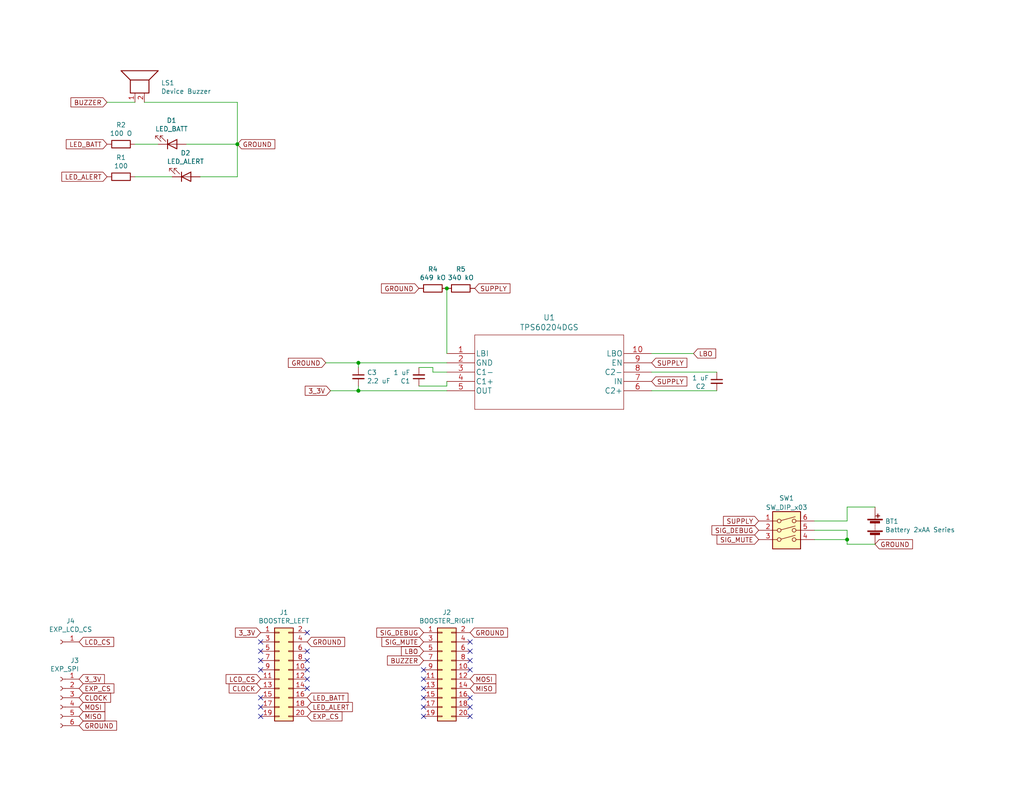
<source format=kicad_sch>
(kicad_sch (version 20211123) (generator eeschema)
  (paper "USLetter")
  (title_block (title "PETI Prototype Backplane Daughterboard") (date "2023-02-27") (rev "Revision D") (company "Arcana Labs") (comment 1 "Not for resale model"))
  (lib_symbols
    (symbol "2022-11-12_01-22-49:TPS60204DGS" (pin_names (offset 0.254))
      (property "Reference" "U" (at 27.94 10.16 0))
      (property "Value" "2022-11-12_01-22-49_TPS60204DGS" (at 27.94 7.62 0))
      (symbol "TPS60204DGS_1_1"
        (polyline (pts (xy 7.62 -15.24) (xy 48.26 -15.24)) (stroke (width 0.127)))
        (polyline (pts (xy 7.62 5.08) (xy 7.62 -15.24)) (stroke (width 0.127)))
        (polyline (pts (xy 48.26 -15.24) (xy 48.26 5.08)) (stroke (width 0.127)))
        (polyline (pts (xy 48.26 5.08) (xy 7.62 5.08)) (stroke (width 0.127)))
        (pin input line (at 0 0 0) (length 7.62) (name "LBI") (number "1"))
        (pin output line (at 55.88 0 180) (length 7.62) (name "LBO") (number "10"))
        (pin power_in line (at 0 -2.54 0) (length 7.62) (name "GND") (number "2"))
        (pin unspecified line (at 0 -5.08 0) (length 7.62) (name "C1-") (number "3"))
        (pin unspecified line (at 0 -7.62 0) (length 7.62) (name "C1+") (number "4"))
        (pin output line (at 0 -10.16 0) (length 7.62) (name "OUT") (number "5"))
        (pin unspecified line (at 55.88 -10.16 180) (length 7.62) (name "C2+") (number "6"))
        (pin input line (at 55.88 -7.62 180) (length 7.62) (name "IN") (number "7"))
        (pin unspecified line (at 55.88 -5.08 180) (length 7.62) (name "C2-") (number "8"))
        (pin input line (at 55.88 -2.54 180) (length 7.62) (name "EN") (number "9"))
      )
    )
    (symbol "Connector:Conn_01x01_Female" (pin_names (offset 1.016) hide)
      (property "Reference" "J" (at 0 2.54 0))
      (property "Value" "Conn_01x01_Female" (at 0 -2.54 0))
      (symbol "Conn_01x01_Female_1_1"
        (polyline (pts (xy -1.27 0) (xy -0.508 0)) (stroke (width 0.1524)))
        (arc (start 0 0.508) (mid -0.508 0) (end 0 -0.508) (stroke (width 0.1524)))
        (pin passive line (at -5.08 0 0) (length 3.81) (name "Pin_1") (number "1"))
      )
    )
    (symbol "Connector:Conn_01x06_Female" (pin_names (offset 1.016) hide)
      (property "Reference" "J" (at 0 7.62 0))
      (property "Value" "Conn_01x06_Female" (at 0 -10.16 0))
      (symbol "Conn_01x06_Female_1_1"
        (arc (start 0 -7.112) (mid -0.508 -7.62) (end 0 -8.128) (stroke (width 0.1524)))
        (arc (start 0 -4.572) (mid -0.508 -5.08) (end 0 -5.588) (stroke (width 0.1524)))
        (arc (start 0 -2.032) (mid -0.508 -2.54) (end 0 -3.048) (stroke (width 0.1524)))
        (polyline (pts (xy -1.27 -7.62) (xy -0.508 -7.62)) (stroke (width 0.1524)))
        (polyline (pts (xy -1.27 -5.08) (xy -0.508 -5.08)) (stroke (width 0.1524)))
        (polyline (pts (xy -1.27 -2.54) (xy -0.508 -2.54)) (stroke (width 0.1524)))
        (polyline (pts (xy -1.27 0) (xy -0.508 0)) (stroke (width 0.1524)))
        (polyline (pts (xy -1.27 2.54) (xy -0.508 2.54)) (stroke (width 0.1524)))
        (polyline (pts (xy -1.27 5.08) (xy -0.508 5.08)) (stroke (width 0.1524)))
        (arc (start 0 0.508) (mid -0.508 0) (end 0 -0.508) (stroke (width 0.1524)))
        (arc (start 0 3.048) (mid -0.508 2.54) (end 0 2.032) (stroke (width 0.1524)))
        (arc (start 0 5.588) (mid -0.508 5.08) (end 0 4.572) (stroke (width 0.1524)))
        (pin passive line (at -5.08 5.08 0) (length 3.81) (name "Pin_1") (number "1"))
        (pin passive line (at -5.08 2.54 0) (length 3.81) (name "Pin_2") (number "2"))
        (pin passive line (at -5.08 0 0) (length 3.81) (name "Pin_3") (number "3"))
        (pin passive line (at -5.08 -2.54 0) (length 3.81) (name "Pin_4") (number "4"))
        (pin passive line (at -5.08 -5.08 0) (length 3.81) (name "Pin_5") (number "5"))
        (pin passive line (at -5.08 -7.62 0) (length 3.81) (name "Pin_6") (number "6"))
      )
    )
    (symbol "Connector_Generic:Conn_02x10_Odd_Even" (pin_names (offset 1.016) hide)
      (property "Reference" "J" (at 1.27 12.7 0))
      (property "Value" "Conn_02x10_Odd_Even" (at 1.27 -15.24 0))
      (symbol "Conn_02x10_Odd_Even_1_1"
        (rectangle (start -1.27 -12.573) (end 0 -12.827) (stroke (width 0.1524)))
        (rectangle (start -1.27 -10.033) (end 0 -10.287) (stroke (width 0.1524)))
        (rectangle (start -1.27 -7.493) (end 0 -7.747) (stroke (width 0.1524)))
        (rectangle (start -1.27 -4.953) (end 0 -5.207) (stroke (width 0.1524)))
        (rectangle (start -1.27 -2.413) (end 0 -2.667) (stroke (width 0.1524)))
        (rectangle (start -1.27 0.127) (end 0 -0.127) (stroke (width 0.1524)))
        (rectangle (start -1.27 2.667) (end 0 2.413) (stroke (width 0.1524)))
        (rectangle (start -1.27 5.207) (end 0 4.953) (stroke (width 0.1524)))
        (rectangle (start -1.27 7.747) (end 0 7.493) (stroke (width 0.1524)))
        (rectangle (start -1.27 10.287) (end 0 10.033) (stroke (width 0.1524)))
        (rectangle (start -1.27 11.43) (end 3.81 -13.97) (stroke (width 0.254)) (fill (type background)))
        (rectangle (start 3.81 -12.573) (end 2.54 -12.827) (stroke (width 0.1524)))
        (rectangle (start 3.81 -10.033) (end 2.54 -10.287) (stroke (width 0.1524)))
        (rectangle (start 3.81 -7.493) (end 2.54 -7.747) (stroke (width 0.1524)))
        (rectangle (start 3.81 -4.953) (end 2.54 -5.207) (stroke (width 0.1524)))
        (rectangle (start 3.81 -2.413) (end 2.54 -2.667) (stroke (width 0.1524)))
        (rectangle (start 3.81 0.127) (end 2.54 -0.127) (stroke (width 0.1524)))
        (rectangle (start 3.81 2.667) (end 2.54 2.413) (stroke (width 0.1524)))
        (rectangle (start 3.81 5.207) (end 2.54 4.953) (stroke (width 0.1524)))
        (rectangle (start 3.81 7.747) (end 2.54 7.493) (stroke (width 0.1524)))
        (rectangle (start 3.81 10.287) (end 2.54 10.033) (stroke (width 0.1524)))
        (pin passive line (at -5.08 10.16 0) (length 3.81) (name "Pin_1") (number "1"))
        (pin passive line (at 7.62 0 180) (length 3.81) (name "Pin_10") (number "10"))
        (pin passive line (at -5.08 -2.54 0) (length 3.81) (name "Pin_11") (number "11"))
        (pin passive line (at 7.62 -2.54 180) (length 3.81) (name "Pin_12") (number "12"))
        (pin passive line (at -5.08 -5.08 0) (length 3.81) (name "Pin_13") (number "13"))
        (pin passive line (at 7.62 -5.08 180) (length 3.81) (name "Pin_14") (number "14"))
        (pin passive line (at -5.08 -7.62 0) (length 3.81) (name "Pin_15") (number "15"))
        (pin passive line (at 7.62 -7.62 180) (length 3.81) (name "Pin_16") (number "16"))
        (pin passive line (at -5.08 -10.16 0) (length 3.81) (name "Pin_17") (number "17"))
        (pin passive line (at 7.62 -10.16 180) (length 3.81) (name "Pin_18") (number "18"))
        (pin passive line (at -5.08 -12.7 0) (length 3.81) (name "Pin_19") (number "19"))
        (pin passive line (at 7.62 10.16 180) (length 3.81) (name "Pin_2") (number "2"))
        (pin passive line (at 7.62 -12.7 180) (length 3.81) (name "Pin_20") (number "20"))
        (pin passive line (at -5.08 7.62 0) (length 3.81) (name "Pin_3") (number "3"))
        (pin passive line (at 7.62 7.62 180) (length 3.81) (name "Pin_4") (number "4"))
        (pin passive line (at -5.08 5.08 0) (length 3.81) (name "Pin_5") (number "5"))
        (pin passive line (at 7.62 5.08 180) (length 3.81) (name "Pin_6") (number "6"))
        (pin passive line (at -5.08 2.54 0) (length 3.81) (name "Pin_7") (number "7"))
        (pin passive line (at 7.62 2.54 180) (length 3.81) (name "Pin_8") (number "8"))
        (pin passive line (at -5.08 0 0) (length 3.81) (name "Pin_9") (number "9"))
      )
    )
    (symbol "Device:Battery" (pin_numbers hide) (pin_names (offset 0) hide)
      (property "Reference" "BT" (at 2.54 2.54 0))
      (property "Value" "Battery" (at 2.54 0 0))
      (symbol "Battery_0_1"
        (rectangle (start -2.032 -1.397) (end 2.032 -1.651) (fill (type outline)))
        (rectangle (start -2.032 1.778) (end 2.032 1.524) (fill (type outline)))
        (rectangle (start -1.3208 -1.9812) (end 1.27 -2.4892) (fill (type outline)))
        (rectangle (start -1.3208 1.1938) (end 1.27 0.6858) (fill (type outline)))
        (polyline (pts (xy 0 -1.524) (xy 0 -1.27)))
        (polyline (pts (xy 0 -1.016) (xy 0 -0.762)))
        (polyline (pts (xy 0 -0.508) (xy 0 -0.254)))
        (polyline (pts (xy 0 0) (xy 0 0.254)))
        (polyline (pts (xy 0 0.508) (xy 0 0.762)))
        (polyline (pts (xy 0 1.778) (xy 0 2.54)))
        (polyline (pts (xy 0.254 2.667) (xy 1.27 2.667)) (stroke (width 0.254)))
        (polyline (pts (xy 0.762 3.175) (xy 0.762 2.159)) (stroke (width 0.254)))
      )
      (symbol "Battery_1_1"
        (pin passive line (at 0 5.08 270) (length 2.54) (name "+") (number "1"))
        (pin passive line (at 0 -5.08 90) (length 2.54) (name "-") (number "2"))
      )
    )
    (symbol "Device:C_Small" (pin_numbers hide) (pin_names (offset 0.254) hide)
      (property "Reference" "C" (at 0.254 1.778 0))
      (property "Value" "C_Small" (at 0.254 -2.032 0))
      (symbol "C_Small_0_1"
        (polyline (pts (xy -1.524 -0.508) (xy 1.524 -0.508)) (stroke (width 0.3302)))
        (polyline (pts (xy -1.524 0.508) (xy 1.524 0.508)) (stroke (width 0.3048)))
      )
      (symbol "C_Small_1_1"
        (pin passive line (at 0 2.54 270) (length 2.032) (name "~") (number "1"))
        (pin passive line (at 0 -2.54 90) (length 2.032) (name "~") (number "2"))
      )
    )
    (symbol "Device:LED" (pin_numbers hide) (pin_names (offset 1.016) hide)
      (property "Reference" "D" (at 0 2.54 0))
      (property "Value" "LED" (at 0 -2.54 0))
      (symbol "LED_0_1"
        (polyline (pts (xy -1.27 -1.27) (xy -1.27 1.27)) (stroke (width 0.254)))
        (polyline (pts (xy -1.27 0) (xy 1.27 0)))
        (polyline (pts (xy 1.27 -1.27) (xy 1.27 1.27) (xy -1.27 0) (xy 1.27 -1.27)) (stroke (width 0.254)))
        (polyline (pts (xy -3.048 -0.762) (xy -4.572 -2.286) (xy -3.81 -2.286) (xy -4.572 -2.286) (xy -4.572 -1.524)))
        (polyline (pts (xy -1.778 -0.762) (xy -3.302 -2.286) (xy -2.54 -2.286) (xy -3.302 -2.286) (xy -3.302 -1.524)))
      )
      (symbol "LED_1_1"
        (pin passive line (at -3.81 0 0) (length 2.54) (name "K") (number "1"))
        (pin passive line (at 3.81 0 180) (length 2.54) (name "A") (number "2"))
      )
    )
    (symbol "Device:R" (pin_numbers hide) (pin_names (offset 0))
      (property "Reference" "R" (at 2.032 0 90))
      (property "Value" "R" (at 0 0 90))
      (symbol "R_0_1"
        (rectangle (start -1.016 -2.54) (end 1.016 2.54) (stroke (width 0.254)))
      )
      (symbol "R_1_1"
        (pin passive line (at 0 3.81 270) (length 1.27) (name "~") (number "1"))
        (pin passive line (at 0 -3.81 90) (length 1.27) (name "~") (number "2"))
      )
    )
    (symbol "Device:Speaker" (pin_names (offset 0) hide)
      (property "Reference" "LS" (at 1.27 5.715 0))
      (property "Value" "Speaker" (at 1.27 3.81 0))
      (symbol "Speaker_0_0"
        (rectangle (start -2.54 1.27) (end 1.016 -3.81) (stroke (width 0.254)))
        (polyline (pts (xy 1.016 1.27) (xy 3.556 3.81) (xy 3.556 -6.35) (xy 1.016 -3.81)) (stroke (width 0.254)))
      )
      (symbol "Speaker_1_1"
        (pin input line (at -5.08 0 0) (length 2.54) (name "1") (number "1"))
        (pin input line (at -5.08 -2.54 0) (length 2.54) (name "2") (number "2"))
      )
    )
    (symbol "Switch:SW_DIP_x03" (pin_names (offset 0) hide)
      (property "Reference" "SW" (at 0 8.89 0))
      (property "Value" "SW_DIP_x03" (at 0 -3.81 0))
      (symbol "SW_DIP_x03_0_0"
        (circle (center -2.032 0) (radius 0.508))
        (circle (center -2.032 2.54) (radius 0.508))
        (circle (center -2.032 5.08) (radius 0.508))
        (polyline (pts (xy -1.524 0.127) (xy 2.3622 1.1684)))
        (polyline (pts (xy -1.524 2.667) (xy 2.3622 3.7084)))
        (polyline (pts (xy -1.524 5.207) (xy 2.3622 6.2484)))
        (circle (center 2.032 0) (radius 0.508))
        (circle (center 2.032 2.54) (radius 0.508))
        (circle (center 2.032 5.08) (radius 0.508))
      )
      (symbol "SW_DIP_x03_0_1"
        (rectangle (start -3.81 7.62) (end 3.81 -2.54) (stroke (width 0.254)) (fill (type background)))
      )
      (symbol "SW_DIP_x03_1_1"
        (pin passive line (at -7.62 5.08 0) (length 5.08) (name "~") (number "1"))
        (pin passive line (at -7.62 2.54 0) (length 5.08) (name "~") (number "2"))
        (pin passive line (at -7.62 0 0) (length 5.08) (name "~") (number "3"))
        (pin passive line (at 7.62 0 180) (length 5.08) (name "~") (number "4"))
        (pin passive line (at 7.62 2.54 180) (length 5.08) (name "~") (number "5"))
        (pin passive line (at 7.62 5.08 180) (length 5.08) (name "~") (number "6"))
      )
    )
  )
  (junction (at 97.79 106.68))
  (junction (at 97.79 99.06))
  (junction (at 121.92 78.74))
  (junction (at 64.77 39.37))
  (junction (at 231.14 147.32))
  (no_connect (at 71.12 195.58))
  (no_connect (at 115.57 193.04))
  (no_connect (at 83.82 172.72))
  (no_connect (at 128.27 175.26))
  (no_connect (at 128.27 180.34))
  (no_connect (at 128.27 177.8))
  (no_connect (at 71.12 193.04))
  (no_connect (at 71.12 177.8))
  (no_connect (at 128.27 195.58))
  (no_connect (at 128.27 190.5))
  (no_connect (at 128.27 193.04))
  (no_connect (at 71.12 175.26))
  (no_connect (at 83.82 187.96))
  (no_connect (at 83.82 180.34))
  (no_connect (at 83.82 177.8))
  (no_connect (at 83.82 185.42))
  (no_connect (at 83.82 182.88))
  (no_connect (at 71.12 180.34))
  (no_connect (at 115.57 182.88))
  (no_connect (at 71.12 182.88))
  (no_connect (at 115.57 190.5))
  (no_connect (at 128.27 182.88))
  (no_connect (at 115.57 187.96))
  (no_connect (at 115.57 195.58))
  (no_connect (at 71.12 190.5))
  (no_connect (at 115.57 185.42))
  (wire (pts (xy 36.83 48.26) (xy 46.99 48.26)))
  (wire (pts (xy 177.8 101.6) (xy 195.58 101.6)))
  (wire (pts (xy 177.8 96.52) (xy 189.23 96.52)))
  (wire (pts (xy 121.92 101.6) (xy 118.11 101.6)))
  (wire (pts (xy 121.92 78.74) (xy 121.92 96.52)))
  (wire (pts (xy 64.77 48.26) (xy 64.77 39.37)))
  (wire (pts (xy 97.79 106.68) (xy 121.92 106.68)))
  (wire (pts (xy 231.14 138.43) (xy 238.76 138.43)))
  (wire (pts (xy 36.83 39.37) (xy 43.18 39.37)))
  (wire (pts (xy 39.37 27.94) (xy 64.77 27.94)))
  (wire (pts (xy 222.25 147.32) (xy 231.14 147.32)))
  (wire (pts (xy 118.11 101.6) (xy 118.11 100.33)))
  (wire (pts (xy 121.92 105.41) (xy 114.3 105.41)))
  (wire (pts (xy 64.77 27.94) (xy 64.77 39.37)))
  (wire (pts (xy 97.79 99.06) (xy 121.92 99.06)))
  (wire (pts (xy 118.11 100.33) (xy 114.3 100.33)))
  (wire (pts (xy 231.14 148.59) (xy 238.76 148.59)))
  (wire (pts (xy 121.92 104.14) (xy 121.92 105.41)))
  (wire (pts (xy 88.9 99.06) (xy 97.79 99.06)))
  (wire (pts (xy 90.17 106.68) (xy 97.79 106.68)))
  (wire (pts (xy 231.14 142.24) (xy 231.14 138.43)))
  (wire (pts (xy 177.8 106.68) (xy 195.58 106.68)))
  (wire (pts (xy 222.25 142.24) (xy 231.14 142.24)))
  (wire (pts (xy 222.25 144.78) (xy 231.14 144.78)))
  (wire (pts (xy 29.21 27.94) (xy 36.83 27.94)))
  (wire (pts (xy 97.79 99.06) (xy 97.79 100.33)))
  (wire (pts (xy 97.79 105.41) (xy 97.79 106.68)))
  (wire (pts (xy 231.14 147.32) (xy 231.14 148.59)))
  (wire (pts (xy 54.61 48.26) (xy 64.77 48.26)))
  (wire (pts (xy 231.14 144.78) (xy 231.14 147.32)))
  (wire (pts (xy 50.8 39.37) (xy 64.77 39.37)))
  (global_label "MOSI" (shape input) (at 128.27 185.42 0) (property "Intersheet References" "${INTERSHEET_REFS}" (effects hide)))
  (global_label "LED_BATT" (shape input) (at 83.82 190.5 0) (property "Intersheet References" "${INTERSHEET_REFS}" (effects hide)))
  (global_label "LBO" (shape input) (at 115.57 177.8 180) (property "Intersheet References" "${INTERSHEET_REFS}" (effects hide)))
  (global_label "3_3V" (shape input) (at 71.12 172.72 180) (property "Intersheet References" "${INTERSHEET_REFS}" (effects hide)))
  (global_label "MISO" (shape input) (at 21.59 195.58 0) (property "Intersheet References" "${INTERSHEET_REFS}" (effects hide)))
  (global_label "SUPPLY" (shape input) (at 207.01 142.24 180) (property "Intersheet References" "${INTERSHEET_REFS}" (effects hide)))
  (global_label "LED_ALERT" (shape input) (at 29.21 48.26 180) (property "Intersheet References" "${INTERSHEET_REFS}" (effects hide)))
  (global_label "SIG_MUTE" (shape input) (at 207.01 147.32 180) (property "Intersheet References" "${INTERSHEET_REFS}" (effects hide)))
  (global_label "CLOCK" (shape input) (at 21.59 190.5 0) (property "Intersheet References" "${INTERSHEET_REFS}" (effects hide)))
  (global_label "SUPPLY" (shape input) (at 177.8 104.14 0) (property "Intersheet References" "${INTERSHEET_REFS}" (effects hide)))
  (global_label "SIG_DEBUG" (shape input) (at 115.57 172.72 180) (property "Intersheet References" "${INTERSHEET_REFS}" (effects hide)))
  (global_label "EXP_CS" (shape input) (at 21.59 187.96 0) (property "Intersheet References" "${INTERSHEET_REFS}" (effects hide)))
  (global_label "GROUND" (shape input) (at 88.9 99.06 180) (property "Intersheet References" "${INTERSHEET_REFS}" (effects hide)))
  (global_label "BUZZER" (shape input) (at 29.21 27.94 180) (property "Intersheet References" "${INTERSHEET_REFS}" (effects hide)))
  (global_label "MOSI" (shape input) (at 21.59 193.04 0) (property "Intersheet References" "${INTERSHEET_REFS}" (effects hide)))
  (global_label "SIG_MUTE" (shape input) (at 115.57 175.26 180) (property "Intersheet References" "${INTERSHEET_REFS}" (effects hide)))
  (global_label "SIG_DEBUG" (shape input) (at 207.01 144.78 180) (property "Intersheet References" "${INTERSHEET_REFS}" (effects hide)))
  (global_label "SUPPLY" (shape input) (at 177.8 99.06 0) (property "Intersheet References" "${INTERSHEET_REFS}" (effects hide)))
  (global_label "LED_ALERT" (shape input) (at 83.82 193.04 0) (property "Intersheet References" "${INTERSHEET_REFS}" (effects hide)))
  (global_label "SUPPLY" (shape input) (at 129.54 78.74 0) (property "Intersheet References" "${INTERSHEET_REFS}" (effects hide)))
  (global_label "GROUND" (shape input) (at 83.82 175.26 0) (property "Intersheet References" "${INTERSHEET_REFS}" (effects hide)))
  (global_label "GROUND" (shape input) (at 128.27 172.72 0) (property "Intersheet References" "${INTERSHEET_REFS}" (effects hide)))
  (global_label "GROUND" (shape input) (at 21.59 198.12 0) (property "Intersheet References" "${INTERSHEET_REFS}" (effects hide)))
  (global_label "GROUND" (shape input) (at 238.76 148.59 0) (property "Intersheet References" "${INTERSHEET_REFS}" (effects hide)))
  (global_label "MISO" (shape input) (at 128.27 187.96 0) (property "Intersheet References" "${INTERSHEET_REFS}" (effects hide)))
  (global_label "LCD_CS" (shape input) (at 21.59 175.26 0) (property "Intersheet References" "${INTERSHEET_REFS}" (effects hide)))
  (global_label "LBO" (shape input) (at 189.23 96.52 0) (property "Intersheet References" "${INTERSHEET_REFS}" (effects hide)))
  (global_label "3_3V" (shape input) (at 90.17 106.68 180) (property "Intersheet References" "${INTERSHEET_REFS}" (effects hide)))
  (global_label "LED_BATT" (shape input) (at 29.21 39.37 180) (property "Intersheet References" "${INTERSHEET_REFS}" (effects hide)))
  (global_label "LCD_CS" (shape input) (at 71.12 185.42 180) (property "Intersheet References" "${INTERSHEET_REFS}" (effects hide)))
  (global_label "EXP_CS" (shape input) (at 83.82 195.58 0) (property "Intersheet References" "${INTERSHEET_REFS}" (effects hide)))
  (global_label "CLOCK" (shape input) (at 71.12 187.96 180) (property "Intersheet References" "${INTERSHEET_REFS}" (effects hide)))
  (global_label "3_3V" (shape input) (at 21.59 185.42 0) (property "Intersheet References" "${INTERSHEET_REFS}" (effects hide)))
  (global_label "GROUND" (shape input) (at 114.3 78.74 180) (property "Intersheet References" "${INTERSHEET_REFS}" (effects hide)))
  (global_label "BUZZER" (shape input) (at 115.57 180.34 180) (property "Intersheet References" "${INTERSHEET_REFS}" (effects hide)))
  (global_label "GROUND" (shape input) (at 64.77 39.37 0) (property "Intersheet References" "${INTERSHEET_REFS}" (effects hide)))
  (symbol (lib_id "Device:Battery") (at 238.76 143.51 0) (unit 1)
    (property "Reference" "BT1" (at 241.5032 142.3416 0) (effects (justify left)))
    (property "Value" "Battery 2xAA Series" (at 241.5032 144.653 0) (effects (justify left)))
    (property "Footprint" "Battery:BatteryHolder_Keystone_2462_2xAA" (effects hide))
  )
  (symbol (lib_id "Connector_Generic:Conn_02x10_Odd_Even") (at 76.2 182.88 0) (unit 1)
    (property "Reference" "J1" (at 77.47 167.2082 0))
    (property "Value" "BOOSTER_LEFT" (at 77.47 169.5196 0))
    (property "Footprint" "Connector_PinHeader_2.00mm:PinHeader_2x10_P2.00mm_Vertical" (effects hide))
  )
  (symbol (lib_id "Connector_Generic:Conn_02x10_Odd_Even") (at 120.65 182.88 0) (unit 1)
    (property "Reference" "J2" (at 121.92 167.2082 0))
    (property "Value" "BOOSTER_RIGHT" (at 121.92 169.5196 0))
    (property "Footprint" "Connector_PinHeader_2.00mm:PinHeader_2x10_P2.00mm_Vertical" (effects hide))
  )
  (symbol (lib_id "Device:R") (at 33.02 39.37 90) (unit 1)
    (property "Reference" "R2" (at 33.02 34.1122 90))
    (property "Value" "100 O" (at 33.02 36.4236 90))
    (property "Footprint" "Resistor_THT:R_Axial_DIN0207_L6.3mm_D2.5mm_P7.62mm_Horizontal" (effects hide))
  )
  (symbol (lib_id "Device:R") (at 33.02 48.26 270) (unit 1)
    (property "Reference" "R1" (at 33.02 43.0022 90))
    (property "Value" "100" (at 33.02 45.3136 90))
    (property "Footprint" "Resistor_THT:R_Axial_DIN0207_L6.3mm_D2.5mm_P7.62mm_Horizontal" (effects hide))
  )
  (symbol (lib_id "Device:Speaker") (at 36.83 22.86 90) (unit 1)
    (property "Reference" "LS1" (at 43.942 22.6314 90) (effects (justify right)))
    (property "Value" "Device Buzzer" (at 43.942 24.9428 90) (effects (justify right)))
    (property "Footprint" "Buzzer_Beeper:Buzzer_12x9.5RM7.6" (effects hide))
  )
  (symbol (lib_id "Device:LED") (at 46.99 39.37 0) (mirror x) (unit 1)
    (property "Reference" "D1" (at 46.8122 32.893 0))
    (property "Value" "LED_BATT" (at 46.8122 35.2044 0))
    (property "Footprint" "LED_THT:LED_D3.0mm" (effects hide))
  )
  (symbol (lib_id "Device:LED") (at 50.8 48.26 0) (mirror x) (unit 1)
    (property "Reference" "D2" (at 50.6222 41.783 0))
    (property "Value" "LED_ALERT" (at 50.6222 44.0944 0))
    (property "Footprint" "LED_THT:LED_D3.0mm" (effects hide))
  )
  (symbol (lib_id "Connector:Conn_01x06_Female") (at 16.51 190.5 0) (mirror y) (unit 1)
    (property "Reference" "J3" (at 21.59 180.34 0) (effects (justify left)))
    (property "Value" "EXP_SPI" (at 21.59 182.6514 0) (effects (justify left)))
    (property "Footprint" "Connector_PinHeader_2.00mm:PinHeader_1x06_P2.00mm_Horizontal" (effects hide))
  )
  (symbol (lib_id "2022-11-12_01-22-49:TPS60204DGS") (at 121.92 96.52 0) (unit 1)
    (property "Reference" "U1" (at 149.86 86.6902 0) (effects (font (size 1.524 1.524))))
    (property "Value" "TPS60204DGS" (at 149.86 89.3826 0) (effects (font (size 1.524 1.524))))
    (property "Footprint" "Package_SO:VSSOP-10_3x3mm_P0.5mm" (effects hide))
  )
  (symbol (lib_id "Device:R") (at 118.11 78.74 90) (unit 1)
    (property "Reference" "R4" (at 118.11 73.4822 90))
    (property "Value" "649 kO" (at 118.11 75.7936 90))
    (property "Footprint" "Resistor_THT:R_Axial_DIN0207_L6.3mm_D2.5mm_P7.62mm_Horizontal" (effects hide))
  )
  (symbol (lib_id "Device:R") (at 125.73 78.74 90) (unit 1)
    (property "Reference" "R5" (at 125.73 73.4822 90))
    (property "Value" "340 kO" (at 125.73 75.7936 90))
    (property "Footprint" "Resistor_THT:R_Axial_DIN0207_L6.3mm_D2.5mm_P7.62mm_Horizontal" (effects hide))
  )
  (symbol (lib_id "Device:C_Small") (at 114.3 102.87 180) (unit 1)
    (property "Reference" "C1" (at 111.9632 104.0384 0) (effects (justify left)))
    (property "Value" "1 uF" (at 111.9632 101.727 0) (effects (justify left)))
    (property "Footprint" "Capacitor_THT:C_Disc_D4.3mm_W1.9mm_P5.00mm" (effects hide))
  )
  (symbol (lib_id "Device:C_Small") (at 195.58 104.14 0) (unit 1)
    (property "Reference" "C2" (at 191.135 105.5116 0))
    (property "Value" "1 uF" (at 191.135 103.2002 0))
    (property "Footprint" "Capacitor_THT:C_Disc_D4.3mm_W1.9mm_P5.00mm" (effects hide))
  )
  (symbol (lib_id "Device:C_Small") (at 97.79 102.87 0) (unit 1)
    (property "Reference" "C3" (at 100.1268 101.7016 0) (effects (justify left)))
    (property "Value" "2.2 uF" (at 100.1268 104.013 0) (effects (justify left)))
    (property "Footprint" "Capacitor_THT:C_Disc_D4.3mm_W1.9mm_P5.00mm" (effects hide))
  )
  (symbol (lib_id "Connector:Conn_01x01_Female") (at 16.51 175.26 180) (unit 1)
    (property "Reference" "J4" (at 19.2532 169.545 0))
    (property "Value" "EXP_LCD_CS" (at 19.2532 171.8564 0))
    (property "Footprint" "Connector_PinHeader_2.54mm:PinHeader_1x01_P2.54mm_Horizontal" (effects hide))
  )
  (symbol (lib_id "Switch:SW_DIP_x03") (at 214.63 147.32 0) (unit 1)
    (property "Reference" "SW1" (at 214.63 136.0002 0))
    (property "Value" "SW_DIP_x03" (at 214.63 138.5371 0))
    (property "Footprint" "Button_Switch_THT:SW_DIP_SPSTx03_Slide_9.78x9.8mm_W7.62mm_P2.54mm" (effects hide))
  )
)
</source>
